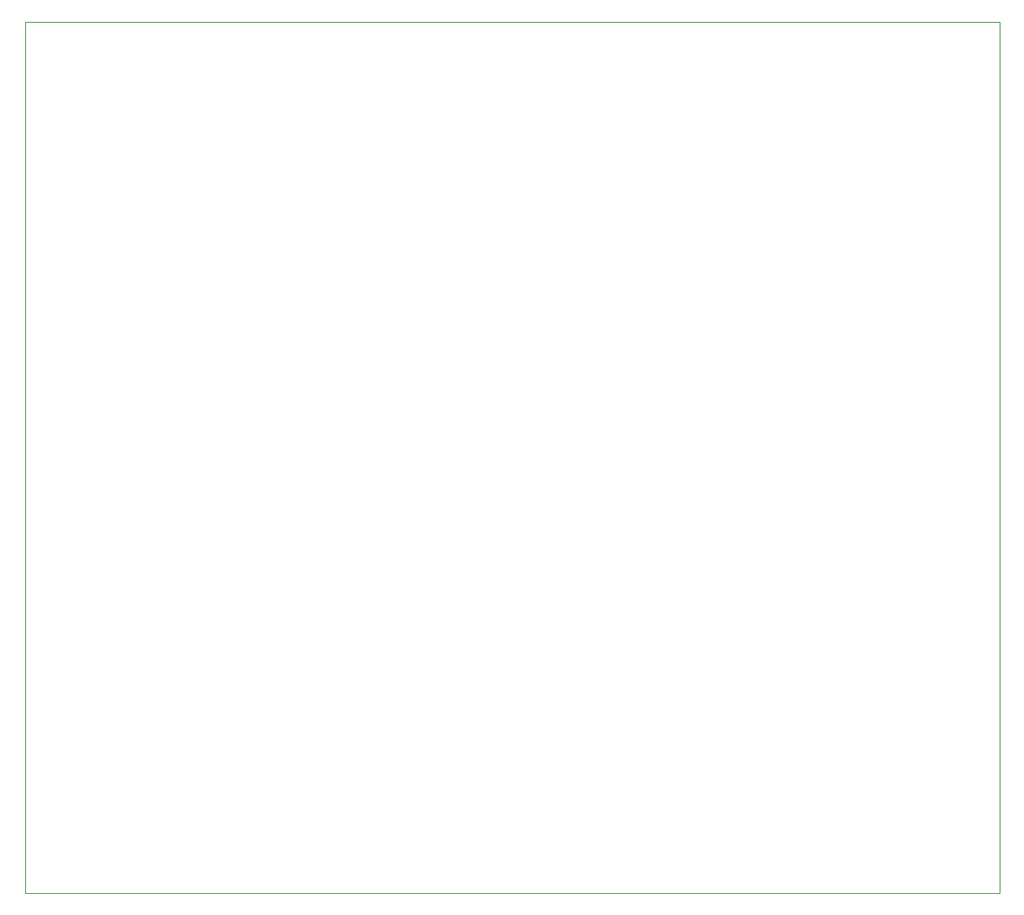
<source format=gbr>
G04 #@! TF.GenerationSoftware,KiCad,Pcbnew,5.1.5-52549c5~84~ubuntu18.04.1*
G04 #@! TF.CreationDate,2020-03-01T22:41:56-05:00*
G04 #@! TF.ProjectId,LV_Breakout,4c565f42-7265-4616-9b6f-75742e6b6963,rev?*
G04 #@! TF.SameCoordinates,Original*
G04 #@! TF.FileFunction,Profile,NP*
%FSLAX46Y46*%
G04 Gerber Fmt 4.6, Leading zero omitted, Abs format (unit mm)*
G04 Created by KiCad (PCBNEW 5.1.5-52549c5~84~ubuntu18.04.1) date 2020-03-01 22:41:56*
%MOMM*%
%LPD*%
G04 APERTURE LIST*
%ADD10C,0.100000*%
G04 APERTURE END LIST*
D10*
X210185000Y-23495000D02*
X210185000Y-114300000D01*
X108585000Y-23495000D02*
X210185000Y-23495000D01*
X108585000Y-114300000D02*
X108585000Y-23495000D01*
X210185000Y-114300000D02*
X108585000Y-114300000D01*
M02*

</source>
